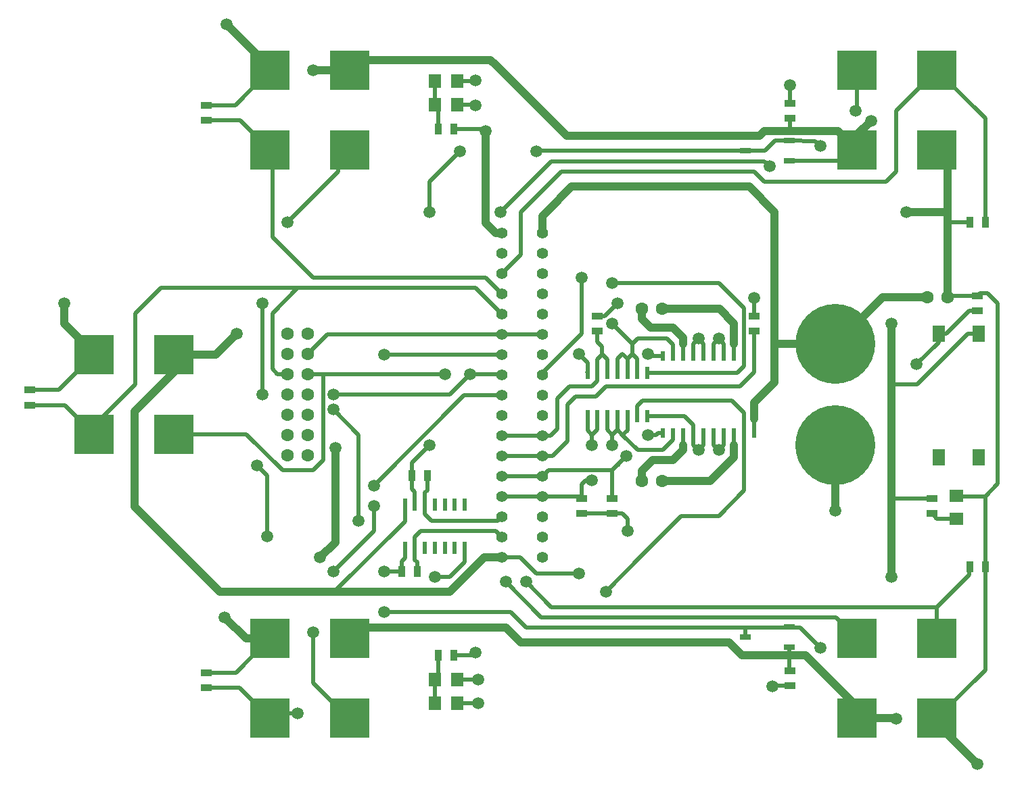
<source format=gbr>
G04 (created by PCBNEW (2013-may-18)-stable) date Вт 27 окт 2015 07:17:40*
%MOIN*%
G04 Gerber Fmt 3.4, Leading zero omitted, Abs format*
%FSLAX34Y34*%
G01*
G70*
G90*
G04 APERTURE LIST*
%ADD10C,0.00590551*%
%ADD11R,0.023622X0.0590551*%
%ADD12R,0.02X0.05*%
%ADD13R,0.055X0.035*%
%ADD14R,0.035X0.055*%
%ADD15C,0.0629921*%
%ADD16R,0.0629X0.0709*%
%ADD17R,0.0709X0.0629*%
%ADD18C,0.393701*%
%ADD19R,0.0590551X0.0787402*%
%ADD20R,0.0551181X0.0314961*%
%ADD21C,0.0551181*%
%ADD22R,0.19685X0.19685*%
%ADD23C,0.0590551*%
%ADD24C,0.019685*%
%ADD25C,0.0393701*%
G04 APERTURE END LIST*
G54D10*
G54D11*
X50273Y-33062D03*
X50765Y-33062D03*
X51250Y-33062D03*
X51750Y-33062D03*
X52242Y-33062D03*
X52734Y-33062D03*
X53226Y-33062D03*
X53226Y-30937D03*
X52734Y-30937D03*
X52242Y-30937D03*
X51750Y-30937D03*
X51257Y-30937D03*
X50765Y-30937D03*
X50273Y-30937D03*
G54D12*
X58500Y-30100D03*
X58000Y-30100D03*
X57500Y-30100D03*
X57000Y-30100D03*
X56500Y-30100D03*
X56000Y-30100D03*
X55500Y-30100D03*
X55000Y-30100D03*
X54500Y-30100D03*
X54000Y-30100D03*
X54000Y-33900D03*
X54500Y-33900D03*
X55000Y-33900D03*
X55500Y-33900D03*
X56000Y-33900D03*
X56500Y-33900D03*
X57000Y-33900D03*
X57500Y-33900D03*
X58000Y-33900D03*
X58500Y-33900D03*
G54D13*
X51500Y-37875D03*
X51500Y-37125D03*
X31500Y-46475D03*
X31500Y-45725D03*
X22800Y-32525D03*
X22800Y-31775D03*
X31500Y-18475D03*
X31500Y-17725D03*
X58500Y-28875D03*
X58500Y-28125D03*
X50750Y-28875D03*
X50750Y-28125D03*
G54D14*
X43682Y-18897D03*
X42932Y-18897D03*
X69875Y-23500D03*
X69125Y-23500D03*
G54D13*
X50000Y-37125D03*
X50000Y-37875D03*
G54D14*
X43682Y-44881D03*
X42932Y-44881D03*
X69125Y-40500D03*
X69875Y-40500D03*
G54D13*
X67250Y-37125D03*
X67250Y-37875D03*
X69500Y-27875D03*
X69500Y-27125D03*
G54D15*
X53962Y-27787D03*
X52962Y-27787D03*
X53962Y-36287D03*
X52962Y-36287D03*
G54D16*
X43866Y-16535D03*
X42748Y-16535D03*
X43866Y-17716D03*
X42748Y-17716D03*
X43866Y-47244D03*
X42748Y-47244D03*
X43866Y-46062D03*
X42748Y-46062D03*
G54D17*
X68440Y-38123D03*
X68440Y-37005D03*
G54D11*
X41273Y-39562D03*
X41765Y-39562D03*
X42250Y-39562D03*
X42750Y-39562D03*
X43242Y-39562D03*
X43734Y-39562D03*
X44226Y-39562D03*
X44226Y-37437D03*
X43734Y-37437D03*
X43242Y-37437D03*
X42750Y-37437D03*
X42257Y-37437D03*
X41765Y-37437D03*
X41273Y-37437D03*
G54D13*
X60250Y-45625D03*
X60250Y-46375D03*
X60250Y-18375D03*
X60250Y-17625D03*
G54D14*
X41625Y-36000D03*
X42375Y-36000D03*
X41875Y-40750D03*
X41125Y-40750D03*
G54D18*
X62500Y-29519D03*
X62500Y-34519D03*
G54D19*
X67574Y-29007D03*
X69543Y-29007D03*
X67574Y-35110D03*
X69543Y-35110D03*
G54D20*
X58051Y-19980D03*
X60226Y-20472D03*
X60226Y-19488D03*
X58051Y-43980D03*
X60226Y-44472D03*
X60226Y-43488D03*
G54D15*
X67037Y-27212D03*
X68037Y-27212D03*
X36500Y-31000D03*
X35500Y-31000D03*
X36500Y-29000D03*
X35500Y-29000D03*
X36500Y-30000D03*
X35500Y-30000D03*
X35500Y-34000D03*
X36500Y-34000D03*
X36500Y-32000D03*
X35500Y-32000D03*
X35500Y-33000D03*
X36500Y-33000D03*
X35500Y-35000D03*
X36500Y-35000D03*
G54D21*
X46061Y-24049D03*
X46061Y-25049D03*
X46061Y-26049D03*
X46061Y-27049D03*
X46061Y-28049D03*
X46061Y-29049D03*
X46061Y-30049D03*
X46061Y-31049D03*
X46061Y-32049D03*
X46061Y-33049D03*
X46061Y-34049D03*
X46061Y-35049D03*
X46061Y-36049D03*
X46061Y-37049D03*
X46061Y-38049D03*
X46061Y-39049D03*
X46061Y-40049D03*
X48061Y-40049D03*
X48061Y-39049D03*
X48061Y-38049D03*
X48061Y-37049D03*
X48061Y-36049D03*
X48061Y-35049D03*
X48061Y-34049D03*
X48061Y-33049D03*
X48061Y-32049D03*
X48061Y-31049D03*
X48061Y-30049D03*
X48061Y-29049D03*
X48061Y-28049D03*
X48061Y-27049D03*
X48061Y-26049D03*
X48061Y-25049D03*
X48061Y-24049D03*
G54D22*
X29901Y-33964D03*
X29901Y-30027D03*
X25964Y-33964D03*
X25964Y-30027D03*
X63562Y-44043D03*
X63562Y-47980D03*
X67500Y-44043D03*
X67500Y-47980D03*
X63562Y-16011D03*
X63562Y-19948D03*
X67500Y-16011D03*
X67500Y-19948D03*
X38562Y-19948D03*
X38562Y-16011D03*
X34625Y-19948D03*
X34625Y-16011D03*
X38562Y-47980D03*
X38562Y-44043D03*
X34625Y-47980D03*
X34625Y-44043D03*
G54D23*
X47250Y-41250D03*
X39750Y-37500D03*
X37750Y-40750D03*
X36000Y-47750D03*
X43250Y-31000D03*
X34250Y-32000D03*
X35500Y-23500D03*
X34250Y-27500D03*
X39750Y-36500D03*
X46000Y-23000D03*
X63500Y-18000D03*
X59250Y-20750D03*
X44500Y-31000D03*
X37750Y-32000D03*
X40250Y-30050D03*
X46250Y-41250D03*
X34000Y-35500D03*
X34500Y-39000D03*
X36750Y-43750D03*
X50500Y-34500D03*
X50500Y-36250D03*
X24500Y-27500D03*
X32400Y-43000D03*
X37100Y-40050D03*
X37850Y-34650D03*
X66000Y-23000D03*
X52250Y-38750D03*
X42750Y-41000D03*
X45250Y-19000D03*
X69500Y-50250D03*
X32500Y-13750D03*
X62500Y-37750D03*
X51750Y-27500D03*
X44750Y-44750D03*
X58500Y-27250D03*
X56750Y-34750D03*
X55750Y-34750D03*
X56750Y-29250D03*
X55750Y-29250D03*
X66500Y-30500D03*
X51500Y-34500D03*
X44881Y-46062D03*
X51500Y-28500D03*
X44750Y-17750D03*
X60250Y-16750D03*
X59400Y-46400D03*
X51181Y-41732D03*
X44881Y-47244D03*
X50000Y-26250D03*
X61750Y-19750D03*
X42500Y-23000D03*
X44000Y-20000D03*
X47750Y-20000D03*
X42500Y-34500D03*
X61750Y-44500D03*
X40250Y-42750D03*
X40250Y-40750D03*
X44750Y-16500D03*
X51500Y-26500D03*
X39000Y-38250D03*
X37750Y-32750D03*
X53250Y-34000D03*
X52200Y-35050D03*
X65500Y-48000D03*
X65250Y-41000D03*
X49850Y-30000D03*
X53250Y-30000D03*
X49850Y-40850D03*
X64250Y-18500D03*
X65250Y-28500D03*
X36750Y-16000D03*
X33000Y-29000D03*
G54D24*
X22800Y-32525D02*
X24525Y-32525D01*
X24525Y-32525D02*
X25964Y-33964D01*
X44000Y-26750D02*
X44761Y-26750D01*
X36000Y-26750D02*
X43500Y-26750D01*
X43500Y-26750D02*
X44000Y-26750D01*
X44761Y-26750D02*
X46061Y-28049D01*
X34750Y-30750D02*
X35000Y-31000D01*
X36000Y-26750D02*
X34750Y-28000D01*
X34750Y-30500D02*
X34750Y-30750D01*
X34750Y-30500D02*
X34750Y-28000D01*
X35000Y-31000D02*
X35500Y-31000D01*
X36000Y-26750D02*
X29250Y-26750D01*
X29250Y-26750D02*
X28500Y-27500D01*
X28000Y-31500D02*
X25964Y-33535D01*
X25964Y-33535D02*
X25964Y-33964D01*
X28500Y-27500D02*
X28000Y-28000D01*
X28000Y-28000D02*
X28000Y-31500D01*
X31500Y-18475D02*
X33152Y-18475D01*
X33152Y-18475D02*
X34625Y-19948D01*
X45250Y-26250D02*
X45261Y-26250D01*
X45261Y-26250D02*
X46061Y-27049D01*
X44250Y-26250D02*
X45250Y-26250D01*
X44250Y-26250D02*
X36750Y-26250D01*
X34750Y-24250D02*
X36750Y-26250D01*
X34750Y-20072D02*
X34625Y-19948D01*
X34750Y-24250D02*
X34750Y-20072D01*
X46061Y-26049D02*
X46061Y-26038D01*
X65000Y-21500D02*
X65500Y-21000D01*
X65500Y-21000D02*
X65500Y-18011D01*
X65500Y-18011D02*
X65755Y-17755D01*
X58500Y-21000D02*
X59000Y-21500D01*
X50500Y-21000D02*
X58500Y-21000D01*
X50250Y-21000D02*
X50500Y-21000D01*
X49000Y-21000D02*
X47000Y-23000D01*
X50250Y-21000D02*
X49000Y-21000D01*
X59000Y-21500D02*
X65000Y-21500D01*
X47000Y-25100D02*
X47000Y-23000D01*
X46061Y-26038D02*
X47000Y-25100D01*
X65755Y-17755D02*
X65750Y-17761D01*
X67500Y-16011D02*
X65755Y-17755D01*
X65750Y-17761D02*
X65755Y-17755D01*
X69875Y-23500D02*
X69875Y-18386D01*
X69875Y-18386D02*
X67500Y-16011D01*
X67500Y-42500D02*
X67500Y-44043D01*
X69000Y-41000D02*
X69100Y-40900D01*
X67500Y-42500D02*
X69000Y-41000D01*
X48500Y-42500D02*
X67125Y-42500D01*
X47250Y-41250D02*
X48500Y-42500D01*
X67125Y-42500D02*
X67500Y-42500D01*
X69100Y-40525D02*
X69125Y-40500D01*
X69100Y-40900D02*
X69100Y-40525D01*
X31600Y-46475D02*
X33120Y-46475D01*
X33120Y-46475D02*
X34625Y-47980D01*
X39750Y-37500D02*
X39750Y-38750D01*
X39750Y-38750D02*
X37750Y-40750D01*
X36000Y-47750D02*
X34856Y-47750D01*
X34856Y-47750D02*
X34625Y-47980D01*
X34625Y-47980D02*
X34625Y-47374D01*
X37250Y-31000D02*
X37250Y-31750D01*
X36750Y-35750D02*
X37250Y-35250D01*
X37250Y-35250D02*
X37250Y-33500D01*
X37250Y-32500D02*
X37250Y-33500D01*
X35250Y-35750D02*
X33464Y-33964D01*
X33464Y-33964D02*
X29901Y-33964D01*
X35250Y-35750D02*
X36750Y-35750D01*
X37250Y-32500D02*
X37250Y-31750D01*
X38000Y-31000D02*
X43250Y-31000D01*
X37500Y-31000D02*
X37250Y-31000D01*
X37250Y-31000D02*
X36500Y-31000D01*
X37500Y-31000D02*
X38000Y-31000D01*
X38562Y-19948D02*
X38000Y-20511D01*
X35500Y-23500D02*
X38000Y-21000D01*
X38000Y-21000D02*
X38000Y-20511D01*
X34250Y-27500D02*
X34250Y-32000D01*
X46061Y-32049D02*
X44200Y-32049D01*
X44200Y-32049D02*
X39750Y-36500D01*
X46011Y-32000D02*
X46061Y-32049D01*
X48500Y-20500D02*
X46750Y-22250D01*
X46750Y-22250D02*
X46000Y-23000D01*
X50000Y-20500D02*
X48500Y-20500D01*
X50000Y-20500D02*
X59000Y-20500D01*
X59000Y-20500D02*
X59250Y-20750D01*
X63562Y-16011D02*
X63562Y-17937D01*
X63500Y-18000D02*
X63562Y-17937D01*
X44200Y-31300D02*
X44500Y-31000D01*
X38750Y-32000D02*
X37750Y-32000D01*
X43500Y-32000D02*
X38750Y-32000D01*
X44200Y-31300D02*
X43500Y-32000D01*
X44500Y-31000D02*
X45250Y-31000D01*
X45250Y-31000D02*
X45300Y-31000D01*
X45300Y-31000D02*
X46011Y-31000D01*
X46011Y-31000D02*
X46061Y-31049D01*
X40250Y-30049D02*
X40250Y-30050D01*
X46061Y-30049D02*
X40750Y-30049D01*
X40750Y-30049D02*
X40700Y-30049D01*
X40700Y-30049D02*
X40250Y-30049D01*
X63562Y-44043D02*
X62519Y-43000D01*
X48750Y-43000D02*
X61000Y-43000D01*
X61000Y-43000D02*
X62519Y-43000D01*
X48000Y-43000D02*
X48750Y-43000D01*
X48000Y-43000D02*
X46250Y-41250D01*
X34000Y-35500D02*
X34500Y-36000D01*
X34500Y-36000D02*
X34500Y-39000D01*
X36750Y-46250D02*
X36750Y-43750D01*
X36750Y-46250D02*
X38480Y-47980D01*
X38562Y-47980D02*
X38480Y-47980D01*
X50000Y-36450D02*
X50200Y-36250D01*
X50000Y-37125D02*
X50000Y-36450D01*
X50500Y-34250D02*
X50500Y-34000D01*
X50500Y-34500D02*
X50500Y-34250D01*
X50500Y-36250D02*
X50200Y-36250D01*
X49924Y-37049D02*
X48061Y-37049D01*
X46061Y-37049D02*
X48061Y-37049D01*
X48061Y-37049D02*
X47950Y-37049D01*
X50500Y-34000D02*
X50750Y-33750D01*
X50750Y-33750D02*
X50750Y-33078D01*
X50750Y-33078D02*
X50765Y-33062D01*
X50273Y-33773D02*
X50273Y-33062D01*
X50500Y-34000D02*
X50273Y-33773D01*
X48061Y-37049D02*
X48110Y-37000D01*
X51000Y-30031D02*
X51000Y-29650D01*
X50750Y-29400D02*
X50750Y-28875D01*
X51000Y-29650D02*
X50750Y-29400D01*
X48061Y-34049D02*
X48450Y-34049D01*
X50765Y-31334D02*
X50765Y-30937D01*
X50500Y-31600D02*
X50765Y-31334D01*
X49400Y-31600D02*
X50500Y-31600D01*
X48800Y-32200D02*
X49400Y-31600D01*
X48800Y-33700D02*
X48800Y-32200D01*
X48450Y-34049D02*
X48800Y-33700D01*
X46061Y-34049D02*
X48061Y-34049D01*
X50765Y-28890D02*
X50750Y-28875D01*
X50765Y-30937D02*
X50765Y-30265D01*
X50765Y-30265D02*
X51000Y-30031D01*
X51000Y-30031D02*
X51031Y-30031D01*
X51031Y-30031D02*
X51257Y-30257D01*
X51257Y-30257D02*
X51257Y-30937D01*
X45000Y-38750D02*
X45761Y-38750D01*
X41765Y-39034D02*
X42050Y-38750D01*
X42050Y-38750D02*
X45000Y-38750D01*
X41765Y-39562D02*
X41765Y-39034D01*
X45761Y-38750D02*
X46061Y-39049D01*
X46011Y-39000D02*
X46061Y-39049D01*
X41875Y-40750D02*
X41875Y-40275D01*
X41765Y-40165D02*
X41765Y-39562D01*
X41875Y-40275D02*
X41765Y-40165D01*
X45007Y-38242D02*
X45868Y-38242D01*
X42257Y-37907D02*
X42592Y-38242D01*
X42592Y-38242D02*
X45007Y-38242D01*
X42257Y-37437D02*
X42257Y-37907D01*
X45868Y-38242D02*
X46061Y-38049D01*
X42257Y-37437D02*
X42257Y-36842D01*
X42375Y-36725D02*
X42375Y-36000D01*
X42257Y-36842D02*
X42375Y-36725D01*
X46011Y-38000D02*
X46061Y-38049D01*
X22800Y-31775D02*
X24217Y-31775D01*
X24217Y-31775D02*
X25964Y-30027D01*
G54D25*
X25964Y-29964D02*
X25964Y-30027D01*
X25964Y-29964D02*
X24500Y-28500D01*
X24500Y-28500D02*
X24500Y-27500D01*
G54D24*
X31600Y-45725D02*
X32944Y-45725D01*
X32944Y-45725D02*
X34625Y-44043D01*
X31500Y-17725D02*
X32912Y-17725D01*
X32912Y-17725D02*
X34625Y-16011D01*
G54D25*
X33443Y-44043D02*
X32400Y-43000D01*
X33443Y-44043D02*
X34625Y-44043D01*
X37850Y-39300D02*
X37100Y-40050D01*
X37850Y-34650D02*
X37850Y-39300D01*
G54D24*
X69875Y-37025D02*
X68459Y-37025D01*
X68459Y-37025D02*
X68440Y-37005D01*
X69875Y-38440D02*
X69875Y-37025D01*
X69875Y-40500D02*
X69875Y-38440D01*
X70500Y-27500D02*
X70000Y-27000D01*
X70500Y-35750D02*
X70500Y-27500D01*
X69625Y-27000D02*
X69500Y-27125D01*
X70000Y-27000D02*
X69625Y-27000D01*
X70500Y-36400D02*
X70500Y-35750D01*
X69875Y-37025D02*
X70500Y-36400D01*
G54D25*
X66700Y-23000D02*
X68037Y-23000D01*
X66000Y-23000D02*
X66700Y-23000D01*
X67950Y-23050D02*
X68037Y-23050D01*
X67987Y-23050D02*
X67950Y-23050D01*
X68037Y-23000D02*
X67987Y-23050D01*
G54D24*
X52250Y-38750D02*
X52250Y-38150D01*
X51975Y-37875D02*
X51500Y-37875D01*
X52250Y-38150D02*
X51975Y-37875D01*
X50000Y-37875D02*
X51500Y-37875D01*
X69125Y-23500D02*
X68037Y-23500D01*
X44000Y-40500D02*
X43500Y-41000D01*
X44226Y-39562D02*
X44226Y-40273D01*
X44226Y-40273D02*
X44000Y-40500D01*
X43500Y-41000D02*
X42750Y-41000D01*
G54D25*
X68037Y-25037D02*
X68037Y-25162D01*
X46061Y-24049D02*
X45749Y-24049D01*
G54D24*
X45147Y-18897D02*
X43682Y-18897D01*
X45147Y-18897D02*
X45250Y-19000D01*
G54D25*
X45250Y-23550D02*
X45250Y-19000D01*
X45749Y-24049D02*
X45250Y-23550D01*
G54D24*
X53226Y-33062D02*
X55062Y-33062D01*
X55500Y-33500D02*
X55500Y-33900D01*
X55062Y-33062D02*
X55500Y-33500D01*
G54D25*
X46011Y-24000D02*
X46061Y-24049D01*
G54D24*
X69500Y-27125D02*
X68125Y-27125D01*
X68125Y-27125D02*
X68037Y-27212D01*
G54D25*
X67500Y-47980D02*
X67500Y-48250D01*
X67500Y-48250D02*
X69500Y-50250D01*
X34625Y-16011D02*
X34625Y-15875D01*
X34625Y-15875D02*
X32500Y-13750D01*
X68037Y-27212D02*
X68037Y-25200D01*
X68037Y-25200D02*
X68037Y-24337D01*
X68037Y-24337D02*
X68037Y-23500D01*
X68037Y-23500D02*
X68037Y-23050D01*
X68037Y-23050D02*
X68037Y-22750D01*
X68037Y-22750D02*
X68037Y-22500D01*
X68037Y-22500D02*
X68037Y-20486D01*
X68037Y-20486D02*
X67500Y-19948D01*
G54D24*
X69875Y-40500D02*
X69875Y-45605D01*
X69875Y-45605D02*
X67500Y-47980D01*
G54D25*
X62500Y-34519D02*
X62500Y-37750D01*
X34625Y-44043D02*
X34625Y-43875D01*
G54D24*
X50750Y-28125D02*
X51125Y-28125D01*
X51125Y-28125D02*
X51750Y-27500D01*
X43682Y-44881D02*
X44618Y-44881D01*
X44618Y-44881D02*
X44750Y-44750D01*
X58500Y-28125D02*
X58500Y-27250D01*
X57000Y-33900D02*
X57000Y-34500D01*
X57000Y-34500D02*
X56750Y-34750D01*
X56500Y-34500D02*
X56750Y-34750D01*
X56500Y-34500D02*
X56500Y-33900D01*
X56000Y-33900D02*
X56000Y-34500D01*
X55500Y-34500D02*
X55750Y-34750D01*
X55500Y-34500D02*
X55500Y-33900D01*
X56000Y-34500D02*
X55750Y-34750D01*
X56500Y-30100D02*
X56500Y-29500D01*
X56500Y-29500D02*
X56750Y-29250D01*
X56000Y-30100D02*
X56000Y-29500D01*
X56000Y-29500D02*
X55750Y-29250D01*
X55500Y-30100D02*
X55500Y-29500D01*
X57000Y-29500D02*
X57000Y-30100D01*
X56750Y-29250D02*
X57000Y-29500D01*
X55500Y-29500D02*
X55750Y-29250D01*
G54D25*
X68043Y-27230D02*
X68051Y-27222D01*
X55000Y-34750D02*
X55000Y-34500D01*
X55000Y-34750D02*
X54500Y-35250D01*
G54D24*
X55000Y-33900D02*
X55000Y-34500D01*
G54D25*
X52962Y-35787D02*
X52962Y-36287D01*
X53500Y-35250D02*
X52962Y-35787D01*
X54500Y-35250D02*
X53500Y-35250D01*
G54D24*
X67574Y-29425D02*
X66500Y-30500D01*
X67574Y-29007D02*
X67574Y-29425D01*
X36500Y-30000D02*
X37450Y-29050D01*
X46060Y-29050D02*
X46061Y-29049D01*
X37450Y-29050D02*
X46060Y-29050D01*
X67574Y-29007D02*
X67942Y-29007D01*
X69075Y-27875D02*
X69500Y-27875D01*
X67942Y-29007D02*
X69075Y-27875D01*
X46061Y-29049D02*
X48061Y-29049D01*
G54D25*
X57500Y-34500D02*
X57500Y-35100D01*
G54D24*
X57500Y-33900D02*
X57500Y-34500D01*
G54D25*
X56312Y-36287D02*
X53962Y-36287D01*
X57500Y-35100D02*
X56312Y-36287D01*
G54D24*
X51500Y-34500D02*
X51500Y-34000D01*
X43866Y-46062D02*
X44881Y-46062D01*
X54000Y-34750D02*
X52750Y-34750D01*
X54500Y-33900D02*
X54500Y-34250D01*
X54500Y-34250D02*
X54000Y-34750D01*
X52750Y-34750D02*
X52000Y-34000D01*
X51750Y-33750D02*
X51500Y-34000D01*
X51250Y-33750D02*
X51250Y-33062D01*
X51500Y-34000D02*
X51250Y-33750D01*
X51750Y-33062D02*
X51750Y-33750D01*
X52242Y-33757D02*
X52242Y-33062D01*
X52000Y-34000D02*
X52242Y-33757D01*
X51750Y-33750D02*
X52000Y-34000D01*
G54D25*
X57500Y-29500D02*
X57500Y-28500D01*
G54D24*
X57500Y-30100D02*
X57500Y-29500D01*
G54D25*
X56787Y-27787D02*
X53962Y-27787D01*
X57500Y-28500D02*
X56787Y-27787D01*
X55000Y-29500D02*
X55000Y-29200D01*
G54D24*
X55000Y-30100D02*
X55000Y-29500D01*
G54D25*
X52962Y-28262D02*
X52962Y-27787D01*
X53400Y-28700D02*
X52962Y-28262D01*
X54500Y-28700D02*
X53400Y-28700D01*
X55000Y-29200D02*
X54500Y-28700D01*
G54D24*
X52500Y-30000D02*
X52500Y-29500D01*
X52500Y-29500D02*
X52750Y-29250D01*
X52750Y-29250D02*
X54200Y-29250D01*
X54500Y-30100D02*
X54500Y-29550D01*
X54500Y-29550D02*
X54200Y-29250D01*
X52500Y-29500D02*
X52000Y-29000D01*
X51500Y-28500D02*
X52000Y-29000D01*
X44750Y-17750D02*
X44716Y-17716D01*
X44716Y-17716D02*
X43866Y-17716D01*
X52250Y-30250D02*
X52500Y-30000D01*
X52500Y-30000D02*
X52734Y-30234D01*
X51750Y-30250D02*
X52000Y-30000D01*
X51750Y-30937D02*
X51750Y-30250D01*
X52250Y-30929D02*
X52242Y-30937D01*
X52250Y-30250D02*
X52250Y-30929D01*
X52000Y-30000D02*
X52250Y-30250D01*
X52734Y-30250D02*
X52734Y-30937D01*
X60250Y-17625D02*
X60250Y-16750D01*
X59400Y-46400D02*
X59425Y-46375D01*
X59425Y-46375D02*
X60250Y-46375D01*
X53000Y-39913D02*
X53000Y-39900D01*
X53000Y-39913D02*
X51181Y-41732D01*
X43866Y-47244D02*
X44881Y-47244D01*
X58000Y-36500D02*
X58000Y-36750D01*
X58000Y-36500D02*
X58000Y-33900D01*
X58000Y-36750D02*
X56750Y-38000D01*
X54900Y-38000D02*
X56750Y-38000D01*
X53000Y-39900D02*
X54900Y-38000D01*
X52734Y-33062D02*
X52734Y-32565D01*
X58000Y-32900D02*
X58000Y-33900D01*
X57400Y-32300D02*
X58000Y-32900D01*
X53000Y-32300D02*
X57400Y-32300D01*
X52734Y-32565D02*
X53000Y-32300D01*
X48061Y-31049D02*
X48061Y-30938D01*
X50000Y-29000D02*
X48750Y-30250D01*
X50000Y-28000D02*
X50000Y-29000D01*
X50000Y-28000D02*
X50000Y-26250D01*
X48250Y-30750D02*
X48750Y-30250D01*
X48061Y-30938D02*
X48250Y-30750D01*
X68440Y-38123D02*
X67498Y-38123D01*
X67498Y-38123D02*
X67250Y-37875D01*
X60226Y-19488D02*
X61500Y-19500D01*
X61500Y-19500D02*
X61750Y-19750D01*
X42000Y-35000D02*
X42500Y-34500D01*
X41625Y-35375D02*
X42000Y-35000D01*
X42500Y-23000D02*
X42500Y-21500D01*
X42500Y-21500D02*
X44000Y-20000D01*
X58051Y-19980D02*
X47769Y-19980D01*
X47750Y-20000D02*
X47769Y-19980D01*
X41625Y-35375D02*
X41625Y-36000D01*
X41765Y-37437D02*
X41765Y-36815D01*
X41765Y-36815D02*
X41625Y-36675D01*
X41625Y-36675D02*
X41625Y-36000D01*
X58051Y-19980D02*
X58019Y-19980D01*
X58051Y-19980D02*
X59019Y-19980D01*
X59019Y-19980D02*
X59511Y-19488D01*
X59511Y-19488D02*
X60226Y-19488D01*
X58051Y-43980D02*
X58051Y-43500D01*
X58051Y-43500D02*
X58050Y-43500D01*
X41125Y-40750D02*
X41125Y-40225D01*
X41273Y-40076D02*
X41273Y-39562D01*
X41125Y-40225D02*
X41273Y-40076D01*
X57750Y-43500D02*
X58050Y-43500D01*
X58050Y-43500D02*
X60750Y-43500D01*
X61250Y-44000D02*
X61750Y-44500D01*
X60750Y-43500D02*
X61250Y-44000D01*
X57750Y-43500D02*
X47250Y-43500D01*
X41125Y-40750D02*
X40250Y-40750D01*
X46500Y-42750D02*
X40250Y-42750D01*
X47250Y-43500D02*
X46500Y-42750D01*
X42748Y-47244D02*
X42748Y-46062D01*
X42748Y-46062D02*
X42932Y-45878D01*
X42932Y-45878D02*
X42932Y-44881D01*
X42748Y-16535D02*
X42748Y-17716D01*
X42748Y-17716D02*
X42932Y-17900D01*
X42932Y-17900D02*
X42932Y-18897D01*
X42748Y-16535D02*
X42748Y-16476D01*
X53226Y-30937D02*
X57662Y-30937D01*
X58000Y-30600D02*
X58000Y-30100D01*
X57662Y-30937D02*
X58000Y-30600D01*
X58000Y-30100D02*
X58000Y-27750D01*
X44714Y-16535D02*
X43866Y-16535D01*
X44750Y-16500D02*
X44714Y-16535D01*
X56750Y-26500D02*
X51500Y-26500D01*
X58000Y-27750D02*
X56750Y-26500D01*
X39000Y-34000D02*
X39000Y-38250D01*
X37750Y-32750D02*
X39000Y-34000D01*
X50000Y-35750D02*
X48360Y-35750D01*
X51500Y-35750D02*
X50000Y-35750D01*
X48360Y-35750D02*
X48061Y-36049D01*
X52000Y-35250D02*
X52200Y-35050D01*
X53750Y-33900D02*
X53650Y-34000D01*
X53650Y-34000D02*
X53250Y-34000D01*
X53750Y-33900D02*
X54000Y-33900D01*
X46061Y-36049D02*
X48061Y-36049D01*
X51500Y-37125D02*
X51500Y-35750D01*
X51500Y-35750D02*
X52000Y-35250D01*
X51750Y-35500D02*
X52000Y-35250D01*
X48061Y-35049D02*
X48550Y-35049D01*
X58500Y-30900D02*
X58500Y-30100D01*
X57800Y-31600D02*
X58500Y-30900D01*
X51200Y-31600D02*
X57800Y-31600D01*
X50700Y-32100D02*
X51200Y-31600D01*
X49700Y-32100D02*
X50700Y-32100D01*
X49300Y-32500D02*
X49700Y-32100D01*
X49300Y-34300D02*
X49300Y-32500D01*
X48550Y-35049D02*
X49300Y-34300D01*
X46061Y-35049D02*
X48061Y-35049D01*
X58500Y-30100D02*
X58500Y-28875D01*
G54D25*
X36250Y-41750D02*
X32150Y-41750D01*
X27950Y-35100D02*
X27950Y-32850D01*
X27950Y-32850D02*
X29901Y-30898D01*
X29901Y-30027D02*
X29901Y-30898D01*
X36250Y-41750D02*
X37650Y-41750D01*
X27950Y-37550D02*
X27950Y-35100D01*
X32150Y-41750D02*
X27950Y-37550D01*
X42000Y-15500D02*
X39074Y-15500D01*
X42000Y-15500D02*
X45500Y-15500D01*
X45500Y-15500D02*
X45750Y-15750D01*
X59000Y-19000D02*
X58750Y-19250D01*
X58750Y-19250D02*
X49250Y-19250D01*
X49250Y-19250D02*
X45750Y-15750D01*
X60250Y-19000D02*
X59250Y-19000D01*
X59250Y-19000D02*
X59000Y-19000D01*
X39074Y-15500D02*
X38562Y-16011D01*
X65250Y-39250D02*
X65250Y-40000D01*
X63562Y-47980D02*
X65480Y-47980D01*
X65500Y-48000D02*
X65480Y-47980D01*
X65250Y-39250D02*
X65250Y-37250D01*
X65250Y-41000D02*
X65250Y-40000D01*
G54D24*
X50273Y-30937D02*
X50273Y-30423D01*
X50273Y-30423D02*
X49850Y-30000D01*
X53350Y-30100D02*
X54000Y-30100D01*
X53350Y-30100D02*
X53250Y-30000D01*
X46949Y-40049D02*
X47750Y-40850D01*
X46061Y-40049D02*
X46949Y-40049D01*
X47750Y-40850D02*
X49850Y-40850D01*
X50273Y-30937D02*
X50250Y-30913D01*
G54D25*
X57250Y-44250D02*
X47000Y-44250D01*
X57881Y-44881D02*
X57250Y-44250D01*
X58000Y-44881D02*
X57881Y-44881D01*
X39106Y-43500D02*
X38562Y-44043D01*
X46250Y-43500D02*
X39106Y-43500D01*
X47000Y-44250D02*
X46250Y-43500D01*
G54D24*
X41273Y-37437D02*
X41273Y-38273D01*
X37652Y-41747D02*
X37650Y-41750D01*
X37800Y-41747D02*
X37652Y-41747D01*
X41273Y-38273D02*
X37800Y-41747D01*
X60226Y-44858D02*
X60226Y-45601D01*
X60226Y-45601D02*
X60250Y-45625D01*
X69543Y-29007D02*
X69023Y-29007D01*
X66535Y-31496D02*
X65250Y-31496D01*
X69023Y-29007D02*
X66535Y-31496D01*
G54D25*
X46061Y-40049D02*
X45200Y-40049D01*
X43500Y-41750D02*
X44000Y-41250D01*
X45200Y-40049D02*
X44000Y-41250D01*
X40500Y-41750D02*
X39500Y-41750D01*
X42250Y-41750D02*
X40500Y-41750D01*
X42250Y-41750D02*
X43500Y-41750D01*
X37650Y-41750D02*
X38750Y-41750D01*
X39500Y-41750D02*
X38750Y-41750D01*
X63562Y-19187D02*
X63562Y-19948D01*
X64250Y-18500D02*
X63562Y-19187D01*
X65250Y-28500D02*
X65250Y-31496D01*
X65250Y-31496D02*
X65250Y-37250D01*
G54D24*
X65250Y-37125D02*
X65250Y-37250D01*
X67250Y-37125D02*
X65250Y-37125D01*
X69543Y-29206D02*
X69543Y-29007D01*
G54D25*
X38562Y-16011D02*
X36761Y-16011D01*
X36761Y-16011D02*
X36750Y-16000D01*
X63562Y-47980D02*
X63562Y-47937D01*
X31472Y-30027D02*
X31972Y-30027D01*
X29901Y-30027D02*
X31472Y-30027D01*
X31972Y-30027D02*
X33000Y-29000D01*
G54D24*
X60226Y-44858D02*
X60226Y-44472D01*
X60250Y-44881D02*
X60226Y-44858D01*
G54D25*
X63562Y-47421D02*
X63562Y-47980D01*
X61023Y-44881D02*
X63562Y-47421D01*
X58000Y-44881D02*
X61023Y-44881D01*
X57874Y-44881D02*
X58000Y-44881D01*
G54D24*
X60250Y-19000D02*
X60250Y-18375D01*
G54D25*
X62614Y-19000D02*
X63562Y-19948D01*
X60250Y-19000D02*
X62614Y-19000D01*
X63562Y-19948D02*
X62948Y-19948D01*
X38562Y-16011D02*
X38488Y-16011D01*
G54D24*
X60226Y-20472D02*
X63039Y-20472D01*
X63039Y-20472D02*
X63562Y-19948D01*
G54D25*
X58500Y-32700D02*
X58500Y-33200D01*
X58500Y-32400D02*
X58500Y-32700D01*
X58500Y-32400D02*
X59500Y-31400D01*
G54D24*
X58500Y-33900D02*
X58500Y-33200D01*
G54D25*
X59500Y-31400D02*
X59500Y-29500D01*
X48250Y-23000D02*
X48050Y-23200D01*
X59500Y-23000D02*
X59500Y-29500D01*
X59519Y-29519D02*
X59500Y-29500D01*
X58250Y-21750D02*
X50360Y-21750D01*
X58250Y-21750D02*
X59500Y-23000D01*
X49500Y-21750D02*
X50360Y-21750D01*
X48250Y-23000D02*
X49500Y-21750D01*
X48050Y-24038D02*
X48061Y-24049D01*
X48050Y-23200D02*
X48050Y-24038D01*
X67037Y-27212D02*
X64807Y-27212D01*
X64807Y-27212D02*
X62500Y-29519D01*
X59519Y-29519D02*
X62500Y-29519D01*
M02*

</source>
